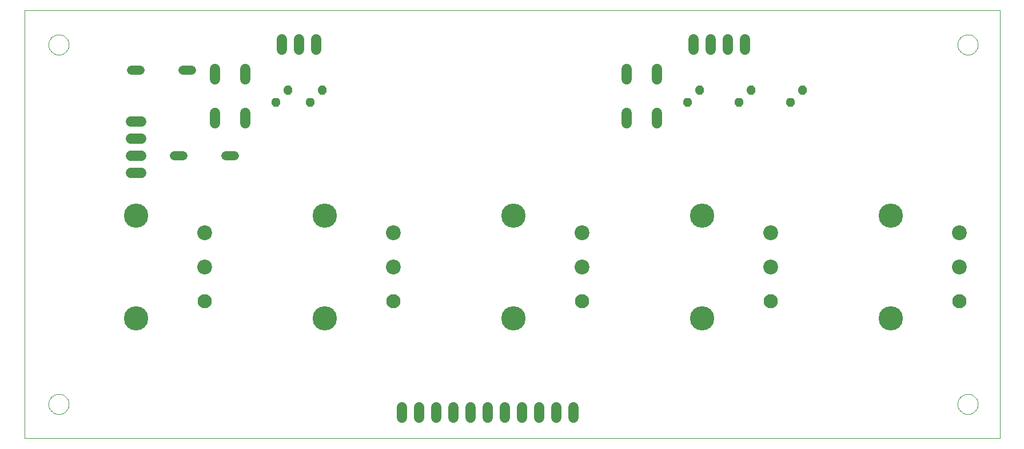
<source format=gtl>
G75*
G70*
%OFA0B0*%
%FSLAX24Y24*%
%IPPOS*%
%LPD*%
%AMOC8*
5,1,8,0,0,1.08239X$1,22.5*
%
%ADD10C,0.0000*%
%ADD11C,0.0600*%
%ADD12C,0.0104*%
%ADD13C,0.0520*%
%ADD14C,0.1417*%
%ADD15C,0.0827*%
%ADD16C,0.0866*%
D10*
X000857Y000857D02*
X000857Y025853D01*
X057727Y025853D01*
X057727Y000857D01*
X000857Y000857D01*
X002266Y002857D02*
X002268Y002905D01*
X002274Y002953D01*
X002284Y003000D01*
X002297Y003046D01*
X002315Y003091D01*
X002335Y003135D01*
X002360Y003177D01*
X002388Y003216D01*
X002418Y003253D01*
X002452Y003287D01*
X002489Y003319D01*
X002527Y003348D01*
X002568Y003373D01*
X002611Y003395D01*
X002656Y003413D01*
X002702Y003427D01*
X002749Y003438D01*
X002797Y003445D01*
X002845Y003448D01*
X002893Y003447D01*
X002941Y003442D01*
X002989Y003433D01*
X003035Y003421D01*
X003080Y003404D01*
X003124Y003384D01*
X003166Y003361D01*
X003206Y003334D01*
X003244Y003304D01*
X003279Y003271D01*
X003311Y003235D01*
X003341Y003197D01*
X003367Y003156D01*
X003389Y003113D01*
X003409Y003069D01*
X003424Y003024D01*
X003436Y002977D01*
X003444Y002929D01*
X003448Y002881D01*
X003448Y002833D01*
X003444Y002785D01*
X003436Y002737D01*
X003424Y002690D01*
X003409Y002645D01*
X003389Y002601D01*
X003367Y002558D01*
X003341Y002517D01*
X003311Y002479D01*
X003279Y002443D01*
X003244Y002410D01*
X003206Y002380D01*
X003166Y002353D01*
X003124Y002330D01*
X003080Y002310D01*
X003035Y002293D01*
X002989Y002281D01*
X002941Y002272D01*
X002893Y002267D01*
X002845Y002266D01*
X002797Y002269D01*
X002749Y002276D01*
X002702Y002287D01*
X002656Y002301D01*
X002611Y002319D01*
X002568Y002341D01*
X002527Y002366D01*
X002489Y002395D01*
X002452Y002427D01*
X002418Y002461D01*
X002388Y002498D01*
X002360Y002537D01*
X002335Y002579D01*
X002315Y002623D01*
X002297Y002668D01*
X002284Y002714D01*
X002274Y002761D01*
X002268Y002809D01*
X002266Y002857D01*
X002266Y023857D02*
X002268Y023905D01*
X002274Y023953D01*
X002284Y024000D01*
X002297Y024046D01*
X002315Y024091D01*
X002335Y024135D01*
X002360Y024177D01*
X002388Y024216D01*
X002418Y024253D01*
X002452Y024287D01*
X002489Y024319D01*
X002527Y024348D01*
X002568Y024373D01*
X002611Y024395D01*
X002656Y024413D01*
X002702Y024427D01*
X002749Y024438D01*
X002797Y024445D01*
X002845Y024448D01*
X002893Y024447D01*
X002941Y024442D01*
X002989Y024433D01*
X003035Y024421D01*
X003080Y024404D01*
X003124Y024384D01*
X003166Y024361D01*
X003206Y024334D01*
X003244Y024304D01*
X003279Y024271D01*
X003311Y024235D01*
X003341Y024197D01*
X003367Y024156D01*
X003389Y024113D01*
X003409Y024069D01*
X003424Y024024D01*
X003436Y023977D01*
X003444Y023929D01*
X003448Y023881D01*
X003448Y023833D01*
X003444Y023785D01*
X003436Y023737D01*
X003424Y023690D01*
X003409Y023645D01*
X003389Y023601D01*
X003367Y023558D01*
X003341Y023517D01*
X003311Y023479D01*
X003279Y023443D01*
X003244Y023410D01*
X003206Y023380D01*
X003166Y023353D01*
X003124Y023330D01*
X003080Y023310D01*
X003035Y023293D01*
X002989Y023281D01*
X002941Y023272D01*
X002893Y023267D01*
X002845Y023266D01*
X002797Y023269D01*
X002749Y023276D01*
X002702Y023287D01*
X002656Y023301D01*
X002611Y023319D01*
X002568Y023341D01*
X002527Y023366D01*
X002489Y023395D01*
X002452Y023427D01*
X002418Y023461D01*
X002388Y023498D01*
X002360Y023537D01*
X002335Y023579D01*
X002315Y023623D01*
X002297Y023668D01*
X002284Y023714D01*
X002274Y023761D01*
X002268Y023809D01*
X002266Y023857D01*
X055266Y023857D02*
X055268Y023905D01*
X055274Y023953D01*
X055284Y024000D01*
X055297Y024046D01*
X055315Y024091D01*
X055335Y024135D01*
X055360Y024177D01*
X055388Y024216D01*
X055418Y024253D01*
X055452Y024287D01*
X055489Y024319D01*
X055527Y024348D01*
X055568Y024373D01*
X055611Y024395D01*
X055656Y024413D01*
X055702Y024427D01*
X055749Y024438D01*
X055797Y024445D01*
X055845Y024448D01*
X055893Y024447D01*
X055941Y024442D01*
X055989Y024433D01*
X056035Y024421D01*
X056080Y024404D01*
X056124Y024384D01*
X056166Y024361D01*
X056206Y024334D01*
X056244Y024304D01*
X056279Y024271D01*
X056311Y024235D01*
X056341Y024197D01*
X056367Y024156D01*
X056389Y024113D01*
X056409Y024069D01*
X056424Y024024D01*
X056436Y023977D01*
X056444Y023929D01*
X056448Y023881D01*
X056448Y023833D01*
X056444Y023785D01*
X056436Y023737D01*
X056424Y023690D01*
X056409Y023645D01*
X056389Y023601D01*
X056367Y023558D01*
X056341Y023517D01*
X056311Y023479D01*
X056279Y023443D01*
X056244Y023410D01*
X056206Y023380D01*
X056166Y023353D01*
X056124Y023330D01*
X056080Y023310D01*
X056035Y023293D01*
X055989Y023281D01*
X055941Y023272D01*
X055893Y023267D01*
X055845Y023266D01*
X055797Y023269D01*
X055749Y023276D01*
X055702Y023287D01*
X055656Y023301D01*
X055611Y023319D01*
X055568Y023341D01*
X055527Y023366D01*
X055489Y023395D01*
X055452Y023427D01*
X055418Y023461D01*
X055388Y023498D01*
X055360Y023537D01*
X055335Y023579D01*
X055315Y023623D01*
X055297Y023668D01*
X055284Y023714D01*
X055274Y023761D01*
X055268Y023809D01*
X055266Y023857D01*
X055266Y002857D02*
X055268Y002905D01*
X055274Y002953D01*
X055284Y003000D01*
X055297Y003046D01*
X055315Y003091D01*
X055335Y003135D01*
X055360Y003177D01*
X055388Y003216D01*
X055418Y003253D01*
X055452Y003287D01*
X055489Y003319D01*
X055527Y003348D01*
X055568Y003373D01*
X055611Y003395D01*
X055656Y003413D01*
X055702Y003427D01*
X055749Y003438D01*
X055797Y003445D01*
X055845Y003448D01*
X055893Y003447D01*
X055941Y003442D01*
X055989Y003433D01*
X056035Y003421D01*
X056080Y003404D01*
X056124Y003384D01*
X056166Y003361D01*
X056206Y003334D01*
X056244Y003304D01*
X056279Y003271D01*
X056311Y003235D01*
X056341Y003197D01*
X056367Y003156D01*
X056389Y003113D01*
X056409Y003069D01*
X056424Y003024D01*
X056436Y002977D01*
X056444Y002929D01*
X056448Y002881D01*
X056448Y002833D01*
X056444Y002785D01*
X056436Y002737D01*
X056424Y002690D01*
X056409Y002645D01*
X056389Y002601D01*
X056367Y002558D01*
X056341Y002517D01*
X056311Y002479D01*
X056279Y002443D01*
X056244Y002410D01*
X056206Y002380D01*
X056166Y002353D01*
X056124Y002330D01*
X056080Y002310D01*
X056035Y002293D01*
X055989Y002281D01*
X055941Y002272D01*
X055893Y002267D01*
X055845Y002266D01*
X055797Y002269D01*
X055749Y002276D01*
X055702Y002287D01*
X055656Y002301D01*
X055611Y002319D01*
X055568Y002341D01*
X055527Y002366D01*
X055489Y002395D01*
X055452Y002427D01*
X055418Y002461D01*
X055388Y002498D01*
X055360Y002537D01*
X055335Y002579D01*
X055315Y002623D01*
X055297Y002668D01*
X055284Y002714D01*
X055274Y002761D01*
X055268Y002809D01*
X055266Y002857D01*
D11*
X032857Y002657D02*
X032857Y002057D01*
X031857Y002057D02*
X031857Y002657D01*
X030857Y002657D02*
X030857Y002057D01*
X029857Y002057D02*
X029857Y002657D01*
X028857Y002657D02*
X028857Y002057D01*
X027857Y002057D02*
X027857Y002657D01*
X026857Y002657D02*
X026857Y002057D01*
X025857Y002057D02*
X025857Y002657D01*
X024857Y002657D02*
X024857Y002057D01*
X023857Y002057D02*
X023857Y002657D01*
X022857Y002657D02*
X022857Y002057D01*
X007657Y016357D02*
X007057Y016357D01*
X007057Y017357D02*
X007657Y017357D01*
X007657Y018357D02*
X007057Y018357D01*
X007057Y019357D02*
X007657Y019357D01*
X011967Y019277D02*
X011967Y019877D01*
X013747Y019877D02*
X013747Y019277D01*
X013747Y021837D02*
X013747Y022437D01*
X011967Y022437D02*
X011967Y021837D01*
X015857Y023557D02*
X015857Y024157D01*
X016857Y024157D02*
X016857Y023557D01*
X017857Y023557D02*
X017857Y024157D01*
X035967Y022437D02*
X035967Y021837D01*
X037747Y021837D02*
X037747Y022437D01*
X039857Y023557D02*
X039857Y024157D01*
X040857Y024157D02*
X040857Y023557D01*
X041857Y023557D02*
X041857Y024157D01*
X042857Y024157D02*
X042857Y023557D01*
X037747Y019877D02*
X037747Y019277D01*
X035967Y019277D02*
X035967Y019877D01*
D12*
X039348Y020469D02*
X039296Y020417D01*
X039296Y020589D01*
X039417Y020710D01*
X039589Y020710D01*
X039710Y020589D01*
X039710Y020417D01*
X039589Y020296D01*
X039417Y020296D01*
X039296Y020417D01*
X039374Y020449D01*
X039374Y020557D01*
X039449Y020632D01*
X039557Y020632D01*
X039632Y020557D01*
X039632Y020449D01*
X039557Y020374D01*
X039449Y020374D01*
X039374Y020449D01*
X039452Y020482D01*
X039452Y020524D01*
X039482Y020554D01*
X039524Y020554D01*
X039554Y020524D01*
X039554Y020482D01*
X039524Y020452D01*
X039482Y020452D01*
X039452Y020482D01*
X040055Y021176D02*
X040003Y021124D01*
X040003Y021296D01*
X040124Y021417D01*
X040296Y021417D01*
X040417Y021296D01*
X040417Y021124D01*
X040296Y021003D01*
X040124Y021003D01*
X040003Y021124D01*
X040081Y021156D01*
X040081Y021264D01*
X040156Y021339D01*
X040264Y021339D01*
X040339Y021264D01*
X040339Y021156D01*
X040264Y021081D01*
X040156Y021081D01*
X040081Y021156D01*
X040159Y021189D01*
X040159Y021231D01*
X040189Y021261D01*
X040231Y021261D01*
X040261Y021231D01*
X040261Y021189D01*
X040231Y021159D01*
X040189Y021159D01*
X040159Y021189D01*
X042348Y020469D02*
X042296Y020417D01*
X042296Y020589D01*
X042417Y020710D01*
X042589Y020710D01*
X042710Y020589D01*
X042710Y020417D01*
X042589Y020296D01*
X042417Y020296D01*
X042296Y020417D01*
X042374Y020449D01*
X042374Y020557D01*
X042449Y020632D01*
X042557Y020632D01*
X042632Y020557D01*
X042632Y020449D01*
X042557Y020374D01*
X042449Y020374D01*
X042374Y020449D01*
X042452Y020482D01*
X042452Y020524D01*
X042482Y020554D01*
X042524Y020554D01*
X042554Y020524D01*
X042554Y020482D01*
X042524Y020452D01*
X042482Y020452D01*
X042452Y020482D01*
X043055Y021176D02*
X043003Y021124D01*
X043003Y021296D01*
X043124Y021417D01*
X043296Y021417D01*
X043417Y021296D01*
X043417Y021124D01*
X043296Y021003D01*
X043124Y021003D01*
X043003Y021124D01*
X043081Y021156D01*
X043081Y021264D01*
X043156Y021339D01*
X043264Y021339D01*
X043339Y021264D01*
X043339Y021156D01*
X043264Y021081D01*
X043156Y021081D01*
X043081Y021156D01*
X043159Y021189D01*
X043159Y021231D01*
X043189Y021261D01*
X043231Y021261D01*
X043261Y021231D01*
X043261Y021189D01*
X043231Y021159D01*
X043189Y021159D01*
X043159Y021189D01*
X045348Y020469D02*
X045296Y020417D01*
X045296Y020589D01*
X045417Y020710D01*
X045589Y020710D01*
X045710Y020589D01*
X045710Y020417D01*
X045589Y020296D01*
X045417Y020296D01*
X045296Y020417D01*
X045374Y020449D01*
X045374Y020557D01*
X045449Y020632D01*
X045557Y020632D01*
X045632Y020557D01*
X045632Y020449D01*
X045557Y020374D01*
X045449Y020374D01*
X045374Y020449D01*
X045452Y020482D01*
X045452Y020524D01*
X045482Y020554D01*
X045524Y020554D01*
X045554Y020524D01*
X045554Y020482D01*
X045524Y020452D01*
X045482Y020452D01*
X045452Y020482D01*
X046055Y021176D02*
X046003Y021124D01*
X046003Y021296D01*
X046124Y021417D01*
X046296Y021417D01*
X046417Y021296D01*
X046417Y021124D01*
X046296Y021003D01*
X046124Y021003D01*
X046003Y021124D01*
X046081Y021156D01*
X046081Y021264D01*
X046156Y021339D01*
X046264Y021339D01*
X046339Y021264D01*
X046339Y021156D01*
X046264Y021081D01*
X046156Y021081D01*
X046081Y021156D01*
X046159Y021189D01*
X046159Y021231D01*
X046189Y021261D01*
X046231Y021261D01*
X046261Y021231D01*
X046261Y021189D01*
X046231Y021159D01*
X046189Y021159D01*
X046159Y021189D01*
X018055Y021176D02*
X018003Y021124D01*
X018003Y021296D01*
X018124Y021417D01*
X018296Y021417D01*
X018417Y021296D01*
X018417Y021124D01*
X018296Y021003D01*
X018124Y021003D01*
X018003Y021124D01*
X018081Y021156D01*
X018081Y021264D01*
X018156Y021339D01*
X018264Y021339D01*
X018339Y021264D01*
X018339Y021156D01*
X018264Y021081D01*
X018156Y021081D01*
X018081Y021156D01*
X018159Y021189D01*
X018159Y021231D01*
X018189Y021261D01*
X018231Y021261D01*
X018261Y021231D01*
X018261Y021189D01*
X018231Y021159D01*
X018189Y021159D01*
X018159Y021189D01*
X017348Y020469D02*
X017296Y020417D01*
X017296Y020589D01*
X017417Y020710D01*
X017589Y020710D01*
X017710Y020589D01*
X017710Y020417D01*
X017589Y020296D01*
X017417Y020296D01*
X017296Y020417D01*
X017374Y020449D01*
X017374Y020557D01*
X017449Y020632D01*
X017557Y020632D01*
X017632Y020557D01*
X017632Y020449D01*
X017557Y020374D01*
X017449Y020374D01*
X017374Y020449D01*
X017452Y020482D01*
X017452Y020524D01*
X017482Y020554D01*
X017524Y020554D01*
X017554Y020524D01*
X017554Y020482D01*
X017524Y020452D01*
X017482Y020452D01*
X017452Y020482D01*
X016055Y021176D02*
X016003Y021124D01*
X016003Y021296D01*
X016124Y021417D01*
X016296Y021417D01*
X016417Y021296D01*
X016417Y021124D01*
X016296Y021003D01*
X016124Y021003D01*
X016003Y021124D01*
X016081Y021156D01*
X016081Y021264D01*
X016156Y021339D01*
X016264Y021339D01*
X016339Y021264D01*
X016339Y021156D01*
X016264Y021081D01*
X016156Y021081D01*
X016081Y021156D01*
X016159Y021189D01*
X016159Y021231D01*
X016189Y021261D01*
X016231Y021261D01*
X016261Y021231D01*
X016261Y021189D01*
X016231Y021159D01*
X016189Y021159D01*
X016159Y021189D01*
X015348Y020469D02*
X015296Y020417D01*
X015296Y020589D01*
X015417Y020710D01*
X015589Y020710D01*
X015710Y020589D01*
X015710Y020417D01*
X015589Y020296D01*
X015417Y020296D01*
X015296Y020417D01*
X015374Y020449D01*
X015374Y020557D01*
X015449Y020632D01*
X015557Y020632D01*
X015632Y020557D01*
X015632Y020449D01*
X015557Y020374D01*
X015449Y020374D01*
X015374Y020449D01*
X015452Y020482D01*
X015452Y020524D01*
X015482Y020554D01*
X015524Y020554D01*
X015554Y020524D01*
X015554Y020482D01*
X015524Y020452D01*
X015482Y020452D01*
X015452Y020482D01*
D13*
X010617Y022357D02*
X010097Y022357D01*
X007617Y022357D02*
X007097Y022357D01*
X009597Y017357D02*
X010117Y017357D01*
X012597Y017357D02*
X013117Y017357D01*
D14*
X018357Y013857D03*
X029357Y013857D03*
X040357Y013857D03*
X051357Y013857D03*
X051357Y007857D03*
X040357Y007857D03*
X029357Y007857D03*
X018357Y007857D03*
X007357Y007857D03*
X007357Y013857D03*
D15*
X011357Y008857D03*
X022357Y008857D03*
X033357Y008857D03*
X044357Y008857D03*
X055357Y008857D03*
D16*
X055357Y010857D03*
X055357Y012857D03*
X044357Y012857D03*
X044357Y010857D03*
X033357Y010857D03*
X033357Y012857D03*
X022357Y012857D03*
X022357Y010857D03*
X011357Y010857D03*
X011357Y012857D03*
M02*

</source>
